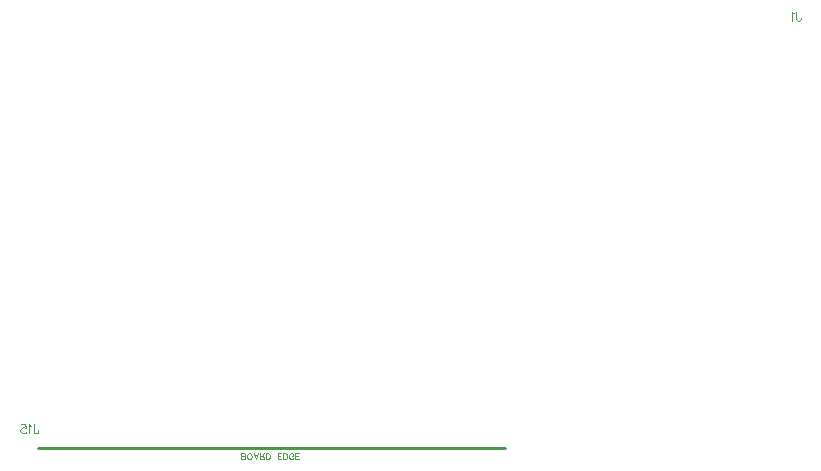
<source format=gbr>
G04 DipTrace 2.4.0.2*
%INBottomAssy.gbr*%
%MOIN*%
%ADD10C,0.0098*%
%ADD12C,0.003*%
%ADD82C,0.0046*%
%FSLAX44Y44*%
G04*
G70*
G90*
G75*
G01*
%LNBotAssy*%
%LPD*%
X16161Y4342D2*
D10*
X31720D1*
X41451Y18879D2*
D82*
Y18650D1*
X41465Y18607D1*
X41480Y18593D1*
X41508Y18578D1*
X41537D1*
X41565Y18593D1*
X41580Y18607D1*
X41594Y18650D1*
Y18679D1*
X41358Y18822D2*
X41329Y18836D1*
X41286Y18879D1*
Y18578D1*
X16035Y5122D2*
Y4893D1*
X16049Y4850D1*
X16064Y4835D1*
X16092Y4821D1*
X16121D1*
X16150Y4835D1*
X16164Y4850D1*
X16179Y4893D1*
Y4921D1*
X15942Y5064D2*
X15913Y5079D1*
X15870Y5122D1*
Y4821D1*
X15606Y5122D2*
X15749D1*
X15763Y4993D1*
X15749Y5007D1*
X15706Y5022D1*
X15663D1*
X15620Y5007D1*
X15591Y4979D1*
X15577Y4935D1*
Y4907D1*
X15591Y4864D1*
X15620Y4835D1*
X15663Y4821D1*
X15706D1*
X15749Y4835D1*
X15763Y4850D1*
X15778Y4878D1*
X22945Y3959D2*
D12*
Y4160D1*
X23031D1*
X23060Y4150D1*
X23070Y4141D1*
X23079Y4121D1*
Y4093D1*
X23070Y4074D1*
X23060Y4064D1*
X23031Y4055D1*
X23060Y4045D1*
X23070Y4035D1*
X23079Y4016D1*
Y3997D1*
X23070Y3978D1*
X23060Y3968D1*
X23031Y3959D1*
X22945D1*
Y4055D2*
X23031D1*
X23198Y3959D2*
X23179Y3968D1*
X23160Y3988D1*
X23150Y4007D1*
X23141Y4035D1*
Y4083D1*
X23150Y4112D1*
X23160Y4131D1*
X23179Y4150D1*
X23198Y4160D1*
X23237D1*
X23256Y4150D1*
X23275Y4131D1*
X23284Y4112D1*
X23294Y4083D1*
Y4035D1*
X23284Y4007D1*
X23275Y3988D1*
X23256Y3968D1*
X23237Y3959D1*
X23198D1*
X23509Y4160D2*
X23432Y3959D1*
X23356Y4160D1*
X23384Y4093D2*
X23480D1*
X23571Y4055D2*
X23657D1*
X23685Y4045D1*
X23695Y4035D1*
X23704Y4016D1*
Y3997D1*
X23695Y3978D1*
X23685Y3968D1*
X23657Y3959D1*
X23571D1*
Y4160D1*
X23638Y4055D2*
X23704Y4160D1*
X23766Y3959D2*
Y4160D1*
X23833D1*
X23862Y4150D1*
X23881Y4131D1*
X23891Y4112D1*
X23900Y4083D1*
Y4035D1*
X23891Y4007D1*
X23881Y3988D1*
X23862Y3968D1*
X23833Y3959D1*
X23766D1*
X24281D2*
X24156D1*
Y4160D1*
X24281D1*
X24156Y4055D2*
X24233D1*
X24342Y3959D2*
Y4160D1*
X24409D1*
X24438Y4150D1*
X24457Y4131D1*
X24467Y4112D1*
X24476Y4083D1*
Y4035D1*
X24467Y4007D1*
X24457Y3988D1*
X24438Y3968D1*
X24409Y3959D1*
X24342D1*
X24682Y4007D2*
X24672Y3988D1*
X24653Y3968D1*
X24634Y3959D1*
X24596D1*
X24576Y3968D1*
X24557Y3988D1*
X24548Y4007D1*
X24538Y4035D1*
Y4083D1*
X24548Y4112D1*
X24557Y4131D1*
X24576Y4150D1*
X24596Y4160D1*
X24634D1*
X24653Y4150D1*
X24672Y4131D1*
X24682Y4112D1*
Y4083D1*
X24634D1*
X24868Y3959D2*
X24743D1*
Y4160D1*
X24868D1*
X24743Y4055D2*
X24820D1*
M02*

</source>
